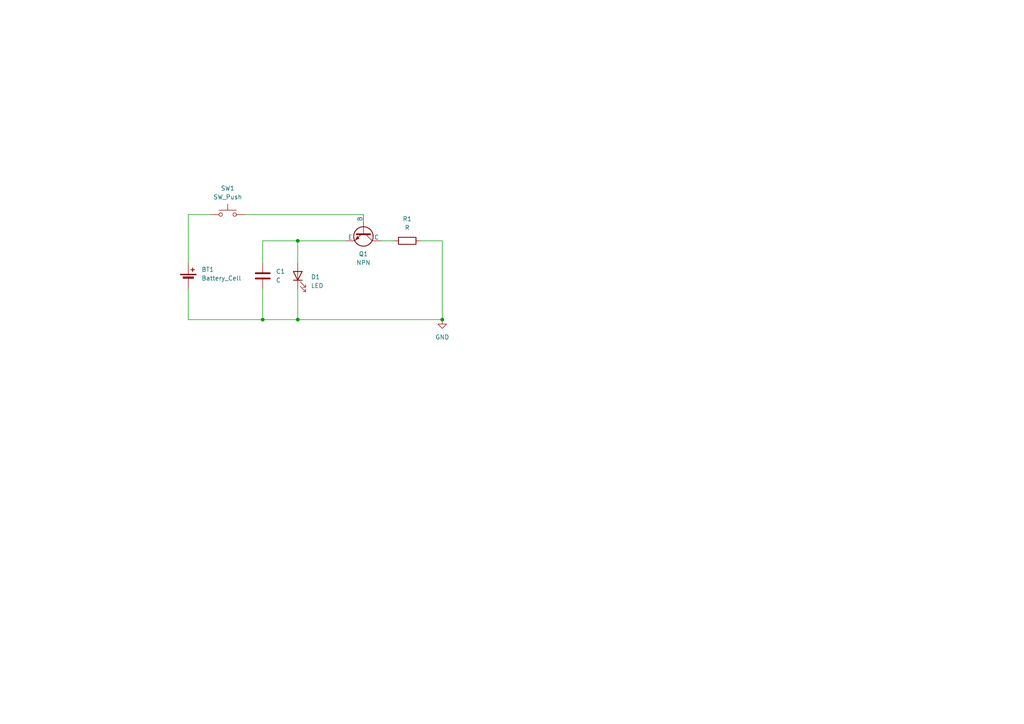
<source format=kicad_sch>
(kicad_sch (version 20231120) (generator "eeschema") (generator_version "8.0")
  (paper "A4")
  (lib_symbols
    (symbol "Device:Battery_Cell" (pin_numbers hide) (pin_names (offset 0) hide)
      (property "Reference" "BT" (at 2.54 2.54 0))
      (property "Value" "Battery_Cell" (at 2.54 0 0))
      (symbol "Battery_Cell_0_1"
        (rectangle (start -2.286 1.778) (end 2.286 1.524) (fill (type outline)))
        (rectangle (start -1.524 1.016) (end 1.524 0.508) (fill (type outline)))
        (polyline (pts (xy 0 0.762) (xy 0 0)))
        (polyline (pts (xy 0 1.778) (xy 0 2.54)))
        (polyline (pts (xy 0.762 3.048) (xy 1.778 3.048)) (stroke (width 0.254)))
        (polyline (pts (xy 1.27 3.556) (xy 1.27 2.54)) (stroke (width 0.254)))
      )
      (symbol "Battery_Cell_1_1"
        (pin passive line (at 0 5.08 270) (length 2.54) (name "+") (number "1"))
        (pin passive line (at 0 -2.54 90) (length 2.54) (name "-") (number "2"))
      )
    )
    (symbol "Device:C" (pin_numbers hide) (pin_names (offset 0.254))
      (property "Reference" "C" (at 0.635 2.54 0))
      (property "Value" "C" (at 0.635 -2.54 0))
      (symbol "C_0_1"
        (polyline (pts (xy -2.032 -0.762) (xy 2.032 -0.762)) (stroke (width 0.508)))
        (polyline (pts (xy -2.032 0.762) (xy 2.032 0.762)) (stroke (width 0.508)))
      )
      (symbol "C_1_1"
        (pin passive line (at 0 3.81 270) (length 2.794) (name "~") (number "1"))
        (pin passive line (at 0 -3.81 90) (length 2.794) (name "~") (number "2"))
      )
    )
    (symbol "Device:LED" (pin_numbers hide) (pin_names (offset 1.016) hide)
      (property "Reference" "D" (at 0 2.54 0))
      (property "Value" "LED" (at 0 -2.54 0))
      (symbol "LED_0_1"
        (polyline (pts (xy -1.27 -1.27) (xy -1.27 1.27)) (stroke (width 0.254)))
        (polyline (pts (xy -1.27 0) (xy 1.27 0)))
        (polyline (pts (xy 1.27 -1.27) (xy 1.27 1.27) (xy -1.27 0) (xy 1.27 -1.27)) (stroke (width 0.254)))
        (polyline (pts (xy -3.048 -0.762) (xy -4.572 -2.286) (xy -3.81 -2.286) (xy -4.572 -2.286) (xy -4.572 -1.524)))
        (polyline (pts (xy -1.778 -0.762) (xy -3.302 -2.286) (xy -2.54 -2.286) (xy -3.302 -2.286) (xy -3.302 -1.524)))
      )
      (symbol "LED_1_1"
        (pin passive line (at -3.81 0 0) (length 2.54) (name "K") (number "1"))
        (pin passive line (at 3.81 0 180) (length 2.54) (name "A") (number "2"))
      )
    )
    (symbol "Device:R" (pin_numbers hide) (pin_names (offset 0))
      (property "Reference" "R" (at 2.032 0 90))
      (property "Value" "R" (at 0 0 90))
      (symbol "R_0_1"
        (rectangle (start -1.016 -2.54) (end 1.016 2.54) (stroke (width 0.254)))
      )
      (symbol "R_1_1"
        (pin passive line (at 0 3.81 270) (length 1.27) (name "~") (number "1"))
        (pin passive line (at 0 -3.81 90) (length 1.27) (name "~") (number "2"))
      )
    )
    (symbol "Simulation_SPICE:NPN" (pin_numbers hide) (pin_names (offset 0))
      (property "Reference" "Q" (at -2.54 7.62 0))
      (property "Value" "NPN" (at -2.54 5.08 0))
      (symbol "NPN_0_1"
        (polyline (pts (xy -2.54 0) (xy 0.635 0)) (stroke (width 0.1524)))
        (polyline (pts (xy 0.635 0.635) (xy 2.54 2.54)))
        (polyline (pts (xy 2.794 -1.27) (xy 2.794 -1.27)) (stroke (width 0.1524)))
        (polyline (pts (xy 2.794 -1.27) (xy 2.794 -1.27)) (stroke (width 0.1524)))
        (polyline (pts (xy 0.635 -0.635) (xy 2.54 -2.54) (xy 2.54 -2.54)))
        (polyline (pts (xy 0.635 1.905) (xy 0.635 -1.905) (xy 0.635 -1.905)) (stroke (width 0.508)))
        (polyline (pts (xy 1.27 -1.778) (xy 1.778 -1.27) (xy 2.286 -2.286) (xy 1.27 -1.778) (xy 1.27 -1.778)) (fill (type outline)))
        (circle (center 1.27 0) (radius 2.8194) (stroke (width 0.254)))
      )
      (symbol "NPN_1_1"
        (pin open_collector line (at 2.54 5.08 270) (length 2.54) (name "C") (number "1"))
        (pin input line (at -5.08 0 0) (length 2.54) (name "B") (number "2"))
        (pin open_emitter line (at 2.54 -5.08 90) (length 2.54) (name "E") (number "3"))
      )
    )
    (symbol "Switch:SW_Push" (pin_numbers hide) (pin_names (offset 1.016) hide)
      (property "Reference" "SW" (at 1.27 2.54 0))
      (property "Value" "SW_Push" (at 0 -1.524 0))
      (symbol "SW_Push_0_1"
        (circle (center -2.032 0) (radius 0.508))
        (polyline (pts (xy 0 1.27) (xy 0 3.048)))
        (polyline (pts (xy 2.54 1.27) (xy -2.54 1.27)))
        (circle (center 2.032 0) (radius 0.508))
        (pin passive line (at -5.08 0 0) (length 2.54) (name "1") (number "1"))
        (pin passive line (at 5.08 0 180) (length 2.54) (name "2") (number "2"))
      )
    )
    (symbol "power:GND" (power) (pin_numbers hide) (pin_names (offset 0) hide)
      (property "Value" "GND" (at 0 -3.81 0))
      (symbol "GND_0_1"
        (polyline (pts (xy 0 0) (xy 0 -1.27) (xy 1.27 -1.27) (xy 0 -2.54) (xy -1.27 -1.27) (xy 0 -1.27)))
      )
      (symbol "GND_1_1"
        (pin power_in line (at 0 0 270) (length 0) (name "~") (number "1"))
      )
    )
  )
  (junction (at 86.36 92.71))
  (junction (at 76.2 92.71))
  (junction (at 128.27 92.71))
  (junction (at 86.36 69.85))
  (wire (pts (xy 100.33 69.85) (xy 86.36 69.85)))
  (wire (pts (xy 86.36 69.85) (xy 76.2 69.85)))
  (wire (pts (xy 76.2 69.85) (xy 76.2 76.2)))
  (wire (pts (xy 76.2 92.71) (xy 86.36 92.71)))
  (wire (pts (xy 114.3 69.85) (xy 110.49 69.85)))
  (wire (pts (xy 86.36 83.82) (xy 86.36 92.71)))
  (wire (pts (xy 128.27 69.85) (xy 121.92 69.85)))
  (wire (pts (xy 54.61 83.82) (xy 54.61 92.71)))
  (wire (pts (xy 60.96 62.23) (xy 54.61 62.23)))
  (wire (pts (xy 128.27 92.71) (xy 128.27 69.85)))
  (wire (pts (xy 76.2 83.82) (xy 76.2 92.71)))
  (wire (pts (xy 105.41 62.23) (xy 71.12 62.23)))
  (wire (pts (xy 54.61 62.23) (xy 54.61 76.2)))
  (wire (pts (xy 86.36 69.85) (xy 86.36 76.2)))
  (wire (pts (xy 54.61 92.71) (xy 76.2 92.71)))
  (wire (pts (xy 86.36 92.71) (xy 128.27 92.71)))
  (symbol (lib_id "Device:C") (at 76.2 80.01 0) (unit 1)
    (property "Reference" "C1" (at 80.01 78.7399 0) (effects (justify left)))
    (property "Value" "C" (at 80.01 81.2799 0) (effects (justify left)))
    (property "Description" "Unpolarized capacitor" (effects (hide yes)))
  )
  (symbol (lib_id "Switch:SW_Push") (at 66.04 62.23 0) (unit 1)
    (property "Reference" "SW1" (at 66.04 54.61 0))
    (property "Value" "SW_Push" (at 66.04 57.15 0))
    (property "Description" "Push button switch, generic, two pins" (effects (hide yes)))
  )
  (symbol (lib_id "Device:Battery_Cell") (at 54.61 81.28 0) (unit 1)
    (property "Reference" "BT1" (at 58.42 78.1684 0) (effects (justify left)))
    (property "Value" "Battery_Cell" (at 58.42 80.7084 0) (effects (justify left)))
    (property "Description" "Single-cell battery" (effects (hide yes)))
  )
  (symbol (lib_id "power:GND") (at 128.27 92.71 0) (unit 1)
    (property "Reference" "#PWR01" (effects (hide yes)))
    (property "Value" "GND" (at 128.27 97.79 0))
    (property "Description" "Power symbol creates a global label with name \"GND\" , ground" (effects (hide yes)))
  )
  (symbol (lib_id "Simulation_SPICE:NPN") (at 105.41 67.31 270) (unit 1)
    (property "Reference" "Q1" (at 105.41 73.66 90))
    (property "Value" "NPN" (at 105.41 76.2 90))
    (property "Datasheet" "https://ngspice.sourceforge.io/docs/ngspice-html-manual/manual.xhtml#cha_BJTs" (effects (hide yes)))
    (property "Description" "Bipolar transistor symbol for simulation only, substrate tied to the emitter" (effects (hide yes)))
    (property "Sim.Device" "NPN" (effects (hide yes)))
    (property "Sim.Type" "GUMMELPOON" (effects (hide yes)))
    (property "Sim.Pins" "1=C 2=B 3=E" (effects (hide yes)))
  )
  (symbol (lib_id "Device:LED") (at 86.36 80.01 90) (unit 1)
    (property "Reference" "D1" (at 90.17 80.3274 90) (effects (justify right)))
    (property "Value" "LED" (at 90.17 82.8674 90) (effects (justify right)))
    (property "Description" "Light emitting diode" (effects (hide yes)))
  )
  (symbol (lib_id "Device:R") (at 118.11 69.85 90) (unit 1)
    (property "Reference" "R1" (at 118.11 63.5 90))
    (property "Value" "R" (at 118.11 66.04 90))
    (property "Description" "Resistor" (effects (hide yes)))
  )
)
</source>
